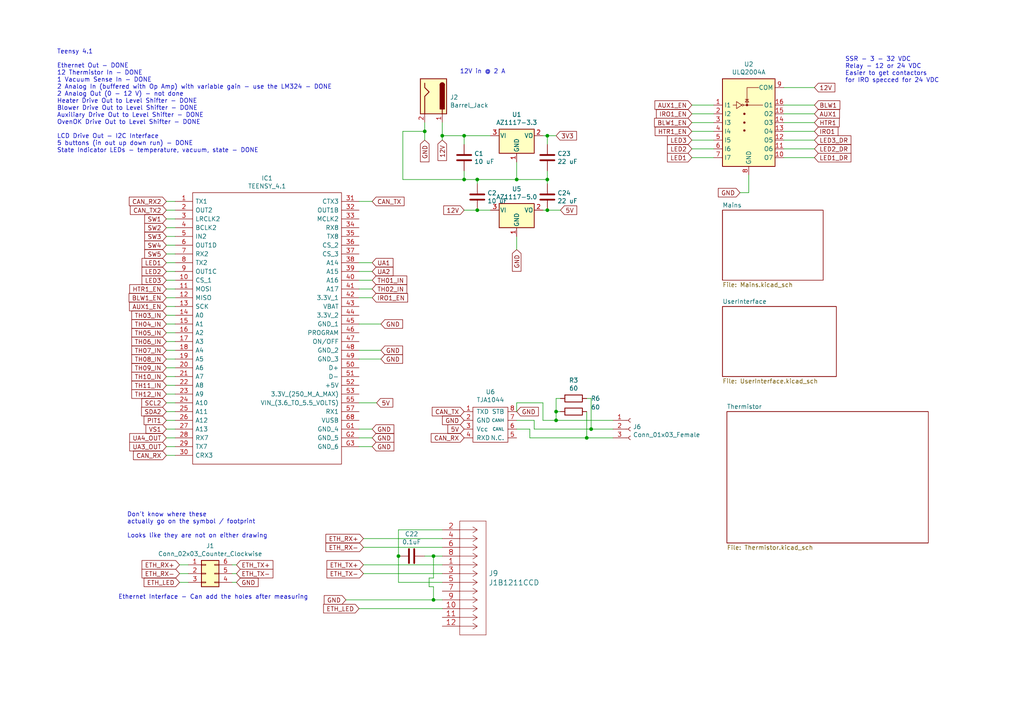
<source format=kicad_sch>
(kicad_sch (version 20211123) (generator eeschema)
  (paper "A4")
  (lib_symbols
    (symbol "Connector:Barrel_Jack" (pin_names (offset 1.016))
      (property "Reference" "J" (at 0 5.334 0))
      (property "Value" "Barrel_Jack" (at 0 -5.08 0))
      (symbol "Barrel_Jack_0_1"
        (rectangle (start -5.08 3.81) (end 5.08 -3.81) (stroke (width 0.254)) (fill (type background)))
        (arc (start -3.302 3.175) (mid -3.937 2.54) (end -3.302 1.905) (stroke (width 0.254)))
        (arc (start -3.302 3.175) (mid -3.937 2.54) (end -3.302 1.905) (stroke (width 0.254)) (fill (type outline)))
        (polyline (pts (xy 5.08 2.54) (xy 3.81 2.54)) (stroke (width 0.254)))
        (polyline (pts (xy -3.81 -2.54) (xy -2.54 -2.54) (xy -1.27 -1.27) (xy 0 -2.54) (xy 2.54 -2.54) (xy 5.08 -2.54)) (stroke (width 0.254)))
        (rectangle (start 3.683 3.175) (end -3.302 1.905) (stroke (width 0.254)) (fill (type outline)))
      )
      (symbol "Barrel_Jack_1_1"
        (pin passive line (at 7.62 2.54 180) (length 2.54) (name "~") (number "1"))
        (pin passive line (at 7.62 -2.54 180) (length 2.54) (name "~") (number "2"))
      )
    )
    (symbol "Connector:Conn_01x03_Female" (pin_names (offset 1.016) hide)
      (property "Reference" "J" (at 0 5.08 0))
      (property "Value" "Conn_01x03_Female" (at 0 -5.08 0))
      (symbol "Conn_01x03_Female_1_1"
        (arc (start 0 -2.032) (mid -0.508 -2.54) (end 0 -3.048) (stroke (width 0.1524)))
        (polyline (pts (xy -1.27 -2.54) (xy -0.508 -2.54)) (stroke (width 0.1524)))
        (polyline (pts (xy -1.27 0) (xy -0.508 0)) (stroke (width 0.1524)))
        (polyline (pts (xy -1.27 2.54) (xy -0.508 2.54)) (stroke (width 0.1524)))
        (arc (start 0 0.508) (mid -0.508 0) (end 0 -0.508) (stroke (width 0.1524)))
        (arc (start 0 3.048) (mid -0.508 2.54) (end 0 2.032) (stroke (width 0.1524)))
        (pin passive line (at -5.08 2.54 0) (length 3.81) (name "Pin_1") (number "1"))
        (pin passive line (at -5.08 0 0) (length 3.81) (name "Pin_2") (number "2"))
        (pin passive line (at -5.08 -2.54 0) (length 3.81) (name "Pin_3") (number "3"))
      )
    )
    (symbol "Connector_Generic:Conn_02x03_Counter_Clockwise" (pin_names (offset 1.016) hide)
      (property "Reference" "J" (at 1.27 5.08 0))
      (property "Value" "Conn_02x03_Counter_Clockwise" (at 1.27 -5.08 0))
      (symbol "Conn_02x03_Counter_Clockwise_1_1"
        (rectangle (start -1.27 -2.413) (end 0 -2.667) (stroke (width 0.1524)))
        (rectangle (start -1.27 0.127) (end 0 -0.127) (stroke (width 0.1524)))
        (rectangle (start -1.27 2.667) (end 0 2.413) (stroke (width 0.1524)))
        (rectangle (start -1.27 3.81) (end 3.81 -3.81) (stroke (width 0.254)) (fill (type background)))
        (rectangle (start 3.81 -2.413) (end 2.54 -2.667) (stroke (width 0.1524)))
        (rectangle (start 3.81 0.127) (end 2.54 -0.127) (stroke (width 0.1524)))
        (rectangle (start 3.81 2.667) (end 2.54 2.413) (stroke (width 0.1524)))
        (pin passive line (at -5.08 2.54 0) (length 3.81) (name "Pin_1") (number "1"))
        (pin passive line (at -5.08 0 0) (length 3.81) (name "Pin_2") (number "2"))
        (pin passive line (at -5.08 -2.54 0) (length 3.81) (name "Pin_3") (number "3"))
        (pin passive line (at 7.62 -2.54 180) (length 3.81) (name "Pin_4") (number "4"))
        (pin passive line (at 7.62 0 180) (length 3.81) (name "Pin_5") (number "5"))
        (pin passive line (at 7.62 2.54 180) (length 3.81) (name "Pin_6") (number "6"))
      )
    )
    (symbol "Device:C" (pin_numbers hide) (pin_names (offset 0.254))
      (property "Reference" "C" (at 0.635 2.54 0))
      (property "Value" "C" (at 0.635 -2.54 0))
      (symbol "C_0_1"
        (polyline (pts (xy -2.032 -0.762) (xy 2.032 -0.762)) (stroke (width 0.508)))
        (polyline (pts (xy -2.032 0.762) (xy 2.032 0.762)) (stroke (width 0.508)))
      )
      (symbol "C_1_1"
        (pin passive line (at 0 3.81 270) (length 2.794) (name "~") (number "1"))
        (pin passive line (at 0 -3.81 90) (length 2.794) (name "~") (number "2"))
      )
    )
    (symbol "Device:R" (pin_numbers hide) (pin_names (offset 0))
      (property "Reference" "R" (at 2.032 0 90))
      (property "Value" "R" (at 0 0 90))
      (symbol "R_0_1"
        (rectangle (start -1.016 -2.54) (end 1.016 2.54) (stroke (width 0.254)))
      )
      (symbol "R_1_1"
        (pin passive line (at 0 3.81 270) (length 1.27) (name "~") (number "1"))
        (pin passive line (at 0 -3.81 90) (length 1.27) (name "~") (number "2"))
      )
    )
    (symbol "MCU_OCE:TEENSY_4.1" (pin_names (offset 0.762))
      (property "Reference" "IC" (at 49.53 7.62 0))
      (property "Value" "MCU_OCE_TEENSY_4.1" (at 49.53 5.08 0))
      (symbol "TEENSY_4.1_0_0"
        (pin passive line (at 0 0 0) (length 5.08) (name "TX1") (number "1"))
        (pin passive line (at 0 -22.86 0) (length 5.08) (name "CS_1") (number "10"))
        (pin passive line (at 0 -25.4 0) (length 5.08) (name "MOSI") (number "11"))
        (pin passive line (at 0 -27.94 0) (length 5.08) (name "MISO") (number "12"))
        (pin passive line (at 0 -30.48 0) (length 5.08) (name "SCK") (number "13"))
        (pin passive line (at 0 -33.02 0) (length 5.08) (name "A0") (number "14"))
        (pin passive line (at 0 -35.56 0) (length 5.08) (name "A1") (number "15"))
        (pin passive line (at 0 -38.1 0) (length 5.08) (name "A2") (number "16"))
        (pin passive line (at 0 -40.64 0) (length 5.08) (name "A3") (number "17"))
        (pin passive line (at 0 -43.18 0) (length 5.08) (name "A4") (number "18"))
        (pin passive line (at 0 -45.72 0) (length 5.08) (name "A5") (number "19"))
        (pin passive line (at 0 -2.54 0) (length 5.08) (name "OUT2") (number "2"))
        (pin passive line (at 0 -48.26 0) (length 5.08) (name "A6") (number "20"))
        (pin passive line (at 0 -50.8 0) (length 5.08) (name "A7") (number "21"))
        (pin passive line (at 0 -53.34 0) (length 5.08) (name "A8") (number "22"))
        (pin passive line (at 0 -55.88 0) (length 5.08) (name "A9") (number "23"))
        (pin passive line (at 0 -58.42 0) (length 5.08) (name "A10") (number "24"))
        (pin passive line (at 0 -60.96 0) (length 5.08) (name "A11") (number "25"))
        (pin passive line (at 0 -63.5 0) (length 5.08) (name "A12") (number "26"))
        (pin passive line (at 0 -66.04 0) (length 5.08) (name "A13") (number "27"))
        (pin passive line (at 0 -68.58 0) (length 5.08) (name "RX7") (number "28"))
        (pin passive line (at 0 -71.12 0) (length 5.08) (name "TX7") (number "29"))
        (pin passive line (at 0 -5.08 0) (length 5.08) (name "LRCLK2") (number "3"))
        (pin passive line (at 0 -73.66 0) (length 5.08) (name "CRX3") (number "30"))
        (pin passive line (at 53.34 0 180) (length 5.08) (name "CTX3") (number "31"))
        (pin passive line (at 53.34 -2.54 180) (length 5.08) (name "OUT1B") (number "32"))
        (pin passive line (at 53.34 -5.08 180) (length 5.08) (name "MCLK2") (number "33"))
        (pin passive line (at 53.34 -7.62 180) (length 5.08) (name "RX8") (number "34"))
        (pin passive line (at 53.34 -10.16 180) (length 5.08) (name "TX8") (number "35"))
        (pin passive line (at 53.34 -12.7 180) (length 5.08) (name "CS_2") (number "36"))
        (pin passive line (at 53.34 -15.24 180) (length 5.08) (name "CS_3") (number "37"))
        (pin passive line (at 53.34 -17.78 180) (length 5.08) (name "A14") (number "38"))
        (pin passive line (at 53.34 -20.32 180) (length 5.08) (name "A15") (number "39"))
        (pin passive line (at 0 -7.62 0) (length 5.08) (name "BCLK2") (number "4"))
        (pin passive line (at 53.34 -22.86 180) (length 5.08) (name "A16") (number "40"))
        (pin passive line (at 53.34 -25.4 180) (length 5.08) (name "A17") (number "41"))
        (pin passive line (at 53.34 -27.94 180) (length 5.08) (name "3.3V_1") (number "42"))
        (pin passive line (at 53.34 -30.48 180) (length 5.08) (name "VBAT") (number "43"))
        (pin passive line (at 53.34 -33.02 180) (length 5.08) (name "3.3V_2") (number "44"))
        (pin passive line (at 53.34 -35.56 180) (length 5.08) (name "GND_1") (number "45"))
        (pin passive line (at 53.34 -38.1 180) (length 5.08) (name "PROGRAM") (number "46"))
        (pin passive line (at 53.34 -40.64 180) (length 5.08) (name "ON/OFF") (number "47"))
        (pin passive line (at 53.34 -43.18 180) (length 5.08) (name "GND_2") (number "48"))
        (pin passive line (at 53.34 -45.72 180) (length 5.08) (name "GND_3") (number "49"))
        (pin passive line (at 0 -10.16 0) (length 5.08) (name "IN2") (number "5"))
        (pin passive line (at 53.34 -48.26 180) (length 5.08) (name "D+") (number "50"))
        (pin passive line (at 53.34 -50.8 180) (length 5.08) (name "D-") (number "51"))
        (pin passive line (at 53.34 -53.34 180) (length 5.08) (name "+5V") (number "52"))
        (pin passive line (at 53.34 -55.88 180) (length 5.08) (name "3.3V_(250_M_A_MAX)") (number "53"))
        (pin passive line (at 53.34 -58.42 180) (length 5.08) (name "VIN_(3.6_TO_5.5_VOLTS)") (number "55"))
        (pin passive line (at 53.34 -60.96 180) (length 5.08) (name "RX1") (number "57"))
        (pin passive line (at 0 -12.7 0) (length 5.08) (name "OUT1D") (number "6"))
        (pin passive line (at 53.34 -63.5 180) (length 5.08) (name "VUSB") (number "68"))
        (pin passive line (at 0 -15.24 0) (length 5.08) (name "RX2") (number "7"))
        (pin passive line (at 0 -17.78 0) (length 5.08) (name "TX2") (number "8"))
        (pin passive line (at 0 -20.32 0) (length 5.08) (name "OUT1C") (number "9"))
        (pin passive line (at 53.34 -66.04 180) (length 5.08) (name "GND_4") (number "G1"))
        (pin passive line (at 53.34 -68.58 180) (length 5.08) (name "GND_5") (number "G2"))
        (pin passive line (at 53.34 -71.12 180) (length 5.08) (name "GND_6") (number "G3"))
      )
      (symbol "TEENSY_4.1_0_1"
        (polyline (pts (xy 5.08 2.54) (xy 48.26 2.54) (xy 48.26 -76.2) (xy 5.08 -76.2) (xy 5.08 2.54)) (stroke (width 0.1524)))
      )
    )
    (symbol "OCE_L:J1B1211CCD" (pin_names (offset 0.254) hide)
      (property "Reference" "J" (at 8.89 6.35 0))
      (property "Value" "OCE_L_J1B1211CCD" (at 10.16 -15.24 0))
      (symbol "J1B1211CCD_1_1"
        (polyline (pts (xy 5.08 -30.48) (xy 12.7 -30.48)) (stroke (width 0.127)))
        (polyline (pts (xy 5.08 2.54) (xy 5.08 -30.48)) (stroke (width 0.127)))
        (polyline (pts (xy 10.16 -27.94) (xy 5.08 -27.94)) (stroke (width 0.127)))
        (polyline (pts (xy 10.16 -27.94) (xy 8.89 -28.7782)) (stroke (width 0.127)))
        (polyline (pts (xy 10.16 -27.94) (xy 8.89 -27.1018)) (stroke (width 0.127)))
        (polyline (pts (xy 10.16 -25.4) (xy 5.08 -25.4)) (stroke (width 0.127)))
        (polyline (pts (xy 10.16 -25.4) (xy 8.89 -26.2382)) (stroke (width 0.127)))
        (polyline (pts (xy 10.16 -25.4) (xy 8.89 -24.5618)) (stroke (width 0.127)))
        (polyline (pts (xy 10.16 -22.86) (xy 5.08 -22.86)) (stroke (width 0.127)))
        (polyline (pts (xy 10.16 -22.86) (xy 8.89 -23.6982)) (stroke (width 0.127)))
        (polyline (pts (xy 10.16 -22.86) (xy 8.89 -22.0218)) (stroke (width 0.127)))
        (polyline (pts (xy 10.16 -20.32) (xy 5.08 -20.32)) (stroke (width 0.127)))
        (polyline (pts (xy 10.16 -20.32) (xy 8.89 -21.1582)) (stroke (width 0.127)))
        (polyline (pts (xy 10.16 -20.32) (xy 8.89 -19.4818)) (stroke (width 0.127)))
        (polyline (pts (xy 10.16 -17.78) (xy 5.08 -17.78)) (stroke (width 0.127)))
        (polyline (pts (xy 10.16 -17.78) (xy 8.89 -18.6182)) (stroke (width 0.127)))
        (polyline (pts (xy 10.16 -17.78) (xy 8.89 -16.9418)) (stroke (width 0.127)))
        (polyline (pts (xy 10.16 -15.24) (xy 5.08 -15.24)) (stroke (width 0.127)))
        (polyline (pts (xy 10.16 -15.24) (xy 8.89 -16.0782)) (stroke (width 0.127)))
        (polyline (pts (xy 10.16 -15.24) (xy 8.89 -14.4018)) (stroke (width 0.127)))
        (polyline (pts (xy 10.16 -12.7) (xy 5.08 -12.7)) (stroke (width 0.127)))
        (polyline (pts (xy 10.16 -12.7) (xy 8.89 -13.5382)) (stroke (width 0.127)))
        (polyline (pts (xy 10.16 -12.7) (xy 8.89 -11.8618)) (stroke (width 0.127)))
        (polyline (pts (xy 10.16 -10.16) (xy 5.08 -10.16)) (stroke (width 0.127)))
        (polyline (pts (xy 10.16 -10.16) (xy 8.89 -10.9982)) (stroke (width 0.127)))
        (polyline (pts (xy 10.16 -10.16) (xy 8.89 -9.3218)) (stroke (width 0.127)))
        (polyline (pts (xy 10.16 -7.62) (xy 5.08 -7.62)) (stroke (width 0.127)))
        (polyline (pts (xy 10.16 -7.62) (xy 8.89 -8.4582)) (stroke (width 0.127)))
        (polyline (pts (xy 10.16 -7.62) (xy 8.89 -6.7818)) (stroke (width 0.127)))
        (polyline (pts (xy 10.16 -5.08) (xy 5.08 -5.08)) (stroke (width 0.127)))
        (polyline (pts (xy 10.16 -5.08) (xy 8.89 -5.9182)) (stroke (width 0.127)))
        (polyline (pts (xy 10.16 -5.08) (xy 8.89 -4.2418)) (stroke (width 0.127)))
        (polyline (pts (xy 10.16 -2.54) (xy 5.08 -2.54)) (stroke (width 0.127)))
        (polyline (pts (xy 10.16 -2.54) (xy 8.89 -3.3782)) (stroke (width 0.127)))
        (polyline (pts (xy 10.16 -2.54) (xy 8.89 -1.7018)) (stroke (width 0.127)))
        (polyline (pts (xy 10.16 0) (xy 5.08 0)) (stroke (width 0.127)))
        (polyline (pts (xy 10.16 0) (xy 8.89 -0.8382)) (stroke (width 0.127)))
        (polyline (pts (xy 10.16 0) (xy 8.89 0.8382)) (stroke (width 0.127)))
        (polyline (pts (xy 12.7 -30.48) (xy 12.7 2.54)) (stroke (width 0.127)))
        (polyline (pts (xy 12.7 2.54) (xy 5.08 2.54)) (stroke (width 0.127)))
        (pin unspecified line (at 0 -10.16 0) (length 5.08) (name "1") (number "1"))
        (pin unspecified line (at 0 -22.86 0) (length 5.08) (name "10") (number "10"))
        (pin unspecified line (at 0 -25.4 0) (length 5.08) (name "11") (number "11"))
        (pin unspecified line (at 0 -27.94 0) (length 5.08) (name "12") (number "12"))
        (pin unspecified line (at 0 0 0) (length 5.08) (name "2") (number "2"))
        (pin unspecified line (at 0 -12.7 0) (length 5.08) (name "3") (number "3"))
        (pin unspecified line (at 0 -2.54 0) (length 5.08) (name "4") (number "4"))
        (pin unspecified line (at 0 -15.24 0) (length 5.08) (name "5") (number "5"))
        (pin unspecified line (at 0 -5.08 0) (length 5.08) (name "6") (number "6"))
        (pin unspecified line (at 0 -17.78 0) (length 5.08) (name "7") (number "7"))
        (pin unspecified line (at 0 -7.62 0) (length 5.08) (name "8") (number "8"))
        (pin unspecified line (at 0 -20.32 0) (length 5.08) (name "9") (number "9"))
      )
    )
    (symbol "OCE_L:TJA1044" (pin_names (offset 1.016))
      (property "Reference" "U" (at -1.27 6.35 0))
      (property "Value" "OCE_L_TJA1044" (at 0 8.89 0))
      (symbol "TJA1044_0_1"
        (rectangle (start -5.08 5.08) (end 5.08 -5.08))
      )
      (symbol "TJA1044_1_1"
        (pin input line (at -7.62 3.81 0) (length 2.54) (name "TXD") (number "1"))
        (pin input line (at -7.62 1.27 0) (length 2.54) (name "GND") (number "2"))
        (pin input line (at -7.62 -1.27 0) (length 2.54) (name "Vcc") (number "3"))
        (pin input line (at -7.62 -3.81 0) (length 2.54) (name "RXD") (number "4"))
        (pin input line (at 7.62 -3.81 180) (length 2.54) (name "N.C.") (number "5"))
        (pin input line (at 7.62 -1.27 180) (length 2.54) (name "CANL") (number "6"))
        (pin input line (at 7.62 1.27 180) (length 2.54) (name "CANH") (number "7"))
        (pin input line (at 7.62 3.81 180) (length 2.54) (name "STB") (number "8"))
      )
    )
    (symbol "Regulator_Linear:AZ1117-3.3" (pin_names (offset 0.254))
      (property "Reference" "U" (at -3.81 3.175 0))
      (property "Value" "AZ1117-3.3" (at 0 3.175 0))
      (symbol "AZ1117-3.3_0_1"
        (rectangle (start -5.08 1.905) (end 5.08 -5.08) (stroke (width 0.254)) (fill (type background)))
      )
      (symbol "AZ1117-3.3_1_1"
        (pin power_in line (at 0 -7.62 90) (length 2.54) (name "GND") (number "1"))
        (pin power_out line (at 7.62 0 180) (length 2.54) (name "VO") (number "2"))
        (pin power_in line (at -7.62 0 0) (length 2.54) (name "VI") (number "3"))
      )
    )
    (symbol "Regulator_Linear:AZ1117-5.0" (pin_names (offset 0.254))
      (property "Reference" "U" (at -3.81 3.175 0))
      (property "Value" "AZ1117-5.0" (at 0 3.175 0))
      (symbol "AZ1117-5.0_0_1"
        (rectangle (start -5.08 1.905) (end 5.08 -5.08) (stroke (width 0.254)) (fill (type background)))
      )
      (symbol "AZ1117-5.0_1_1"
        (pin power_in line (at 0 -7.62 90) (length 2.54) (name "GND") (number "1"))
        (pin power_out line (at 7.62 0 180) (length 2.54) (name "VO") (number "2"))
        (pin power_in line (at -7.62 0 0) (length 2.54) (name "VI") (number "3"))
      )
    )
    (symbol "Transistor_Array:ULQ2004A"
      (property "Reference" "U" (at 0 15.875 0))
      (property "Value" "ULQ2004A" (at 0 13.97 0))
      (symbol "ULQ2004A_0_1"
        (rectangle (start -7.62 -12.7) (end 7.62 12.7) (stroke (width 0.254)) (fill (type background)))
        (circle (center -1.778 5.08) (radius 0.254))
        (circle (center -1.27 -2.286) (radius 0.254) (fill (type outline)))
        (circle (center -1.27 0) (radius 0.254) (fill (type outline)))
        (circle (center -1.27 2.54) (radius 0.254) (fill (type outline)))
        (circle (center -0.508 5.08) (radius 0.254) (fill (type outline)))
        (polyline (pts (xy -4.572 5.08) (xy -3.556 5.08)))
        (polyline (pts (xy -1.524 5.08) (xy 4.064 5.08)))
        (polyline (pts (xy 0 6.731) (xy -1.016 6.731)))
        (polyline (pts (xy -0.508 5.08) (xy -0.508 10.16) (xy 2.921 10.16)))
        (polyline (pts (xy -3.556 6.096) (xy -3.556 4.064) (xy -2.032 5.08) (xy -3.556 6.096)))
        (polyline (pts (xy 0 5.969) (xy -1.016 5.969) (xy -0.508 6.731) (xy 0 5.969)))
      )
      (symbol "ULQ2004A_1_1"
        (pin input line (at -10.16 5.08 0) (length 2.54) (name "I1") (number "1"))
        (pin open_collector line (at 10.16 -10.16 180) (length 2.54) (name "O7") (number "10"))
        (pin open_collector line (at 10.16 -7.62 180) (length 2.54) (name "O6") (number "11"))
        (pin open_collector line (at 10.16 -5.08 180) (length 2.54) (name "O5") (number "12"))
        (pin open_collector line (at 10.16 -2.54 180) (length 2.54) (name "O4") (number "13"))
        (pin open_collector line (at 10.16 0 180) (length 2.54) (name "O3") (number "14"))
        (pin open_collector line (at 10.16 2.54 180) (length 2.54) (name "O2") (number "15"))
        (pin open_collector line (at 10.16 5.08 180) (length 2.54) (name "O1") (number "16"))
        (pin input line (at -10.16 2.54 0) (length 2.54) (name "I2") (number "2"))
        (pin input line (at -10.16 0 0) (length 2.54) (name "I3") (number "3"))
        (pin input line (at -10.16 -2.54 0) (length 2.54) (name "I4") (number "4"))
        (pin input line (at -10.16 -5.08 0) (length 2.54) (name "I5") (number "5"))
        (pin input line (at -10.16 -7.62 0) (length 2.54) (name "I6") (number "6"))
        (pin input line (at -10.16 -10.16 0) (length 2.54) (name "I7") (number "7"))
        (pin power_in line (at 0 -15.24 90) (length 2.54) (name "GND") (number "8"))
        (pin passive line (at 10.16 10.16 180) (length 2.54) (name "COM") (number "9"))
      )
    )
  )
  (junction (at 161.29 121.92))
  (junction (at 115.57 161.29))
  (junction (at 138.43 60.96))
  (junction (at 171.45 124.46))
  (junction (at 134.62 52.07))
  (junction (at 158.75 52.07))
  (junction (at 161.29 119.38))
  (junction (at 149.86 52.07))
  (junction (at 128.27 39.37))
  (junction (at 125.73 161.29))
  (junction (at 158.75 60.96))
  (junction (at 138.43 52.07))
  (junction (at 125.73 173.99))
  (junction (at 158.75 39.37))
  (junction (at 123.19 38.1))
  (junction (at 170.18 127))
  (junction (at 134.62 39.37))
  (wire (pts (xy 48.26 58.42) (xy 50.8 58.42)))
  (wire (pts (xy 227.33 45.72) (xy 236.22 45.72)))
  (wire (pts (xy 158.75 60.96) (xy 157.48 60.96)))
  (wire (pts (xy 48.26 60.96) (xy 50.8 60.96)))
  (wire (pts (xy 128.27 39.37) (xy 128.27 35.56)))
  (wire (pts (xy 171.45 115.57) (xy 171.45 124.46)))
  (wire (pts (xy 200.66 38.1) (xy 207.01 38.1)))
  (wire (pts (xy 107.95 58.42) (xy 104.14 58.42)))
  (wire (pts (xy 115.57 168.91) (xy 115.57 161.29)))
  (wire (pts (xy 157.48 116.84) (xy 149.86 116.84)))
  (wire (pts (xy 149.86 52.07) (xy 158.75 52.07)))
  (wire (pts (xy 48.26 106.68) (xy 50.8 106.68)))
  (wire (pts (xy 104.14 86.36) (xy 107.95 86.36)))
  (wire (pts (xy 48.26 83.82) (xy 50.8 83.82)))
  (wire (pts (xy 125.73 161.29) (xy 128.27 161.29)))
  (wire (pts (xy 68.58 166.37) (xy 67.31 166.37)))
  (wire (pts (xy 104.14 93.98) (xy 110.49 93.98)))
  (wire (pts (xy 48.26 68.58) (xy 50.8 68.58)))
  (wire (pts (xy 67.31 168.91) (xy 68.58 168.91)))
  (wire (pts (xy 154.94 121.92) (xy 154.94 124.46)))
  (wire (pts (xy 48.26 78.74) (xy 50.8 78.74)))
  (wire (pts (xy 123.19 38.1) (xy 123.19 35.56)))
  (wire (pts (xy 125.73 170.18) (xy 125.73 173.99)))
  (wire (pts (xy 48.26 121.92) (xy 50.8 121.92)))
  (wire (pts (xy 104.14 104.14) (xy 110.49 104.14)))
  (wire (pts (xy 52.07 168.91) (xy 54.61 168.91)))
  (wire (pts (xy 200.66 45.72) (xy 207.01 45.72)))
  (wire (pts (xy 48.26 66.04) (xy 50.8 66.04)))
  (wire (pts (xy 157.48 121.92) (xy 161.29 121.92)))
  (wire (pts (xy 227.33 35.56) (xy 236.22 35.56)))
  (wire (pts (xy 200.66 40.64) (xy 207.01 40.64)))
  (wire (pts (xy 161.29 119.38) (xy 161.29 115.57)))
  (wire (pts (xy 227.33 40.64) (xy 236.22 40.64)))
  (wire (pts (xy 124.46 167.64) (xy 124.46 170.18)))
  (wire (pts (xy 161.29 121.92) (xy 177.8 121.92)))
  (wire (pts (xy 105.41 156.21) (xy 128.27 156.21)))
  (wire (pts (xy 149.86 46.99) (xy 149.86 52.07)))
  (wire (pts (xy 48.26 129.54) (xy 50.8 129.54)))
  (wire (pts (xy 170.18 127) (xy 177.8 127)))
  (wire (pts (xy 104.14 116.84) (xy 109.22 116.84)))
  (wire (pts (xy 48.26 124.46) (xy 50.8 124.46)))
  (wire (pts (xy 48.26 119.38) (xy 50.8 119.38)))
  (wire (pts (xy 48.26 93.98) (xy 50.8 93.98)))
  (wire (pts (xy 67.31 163.83) (xy 68.58 163.83)))
  (wire (pts (xy 48.26 99.06) (xy 50.8 99.06)))
  (wire (pts (xy 48.26 114.3) (xy 50.8 114.3)))
  (wire (pts (xy 105.41 166.37) (xy 128.27 166.37)))
  (wire (pts (xy 227.33 30.48) (xy 236.22 30.48)))
  (wire (pts (xy 104.14 124.46) (xy 107.95 124.46)))
  (wire (pts (xy 48.26 88.9) (xy 50.8 88.9)))
  (wire (pts (xy 115.57 153.67) (xy 128.27 153.67)))
  (wire (pts (xy 48.26 109.22) (xy 50.8 109.22)))
  (wire (pts (xy 153.67 124.46) (xy 153.67 127)))
  (wire (pts (xy 115.57 153.67) (xy 115.57 161.29)))
  (wire (pts (xy 100.33 173.99) (xy 125.73 173.99)))
  (wire (pts (xy 48.26 111.76) (xy 50.8 111.76)))
  (wire (pts (xy 171.45 124.46) (xy 177.8 124.46)))
  (wire (pts (xy 200.66 33.02) (xy 207.01 33.02)))
  (wire (pts (xy 161.29 115.57) (xy 162.56 115.57)))
  (wire (pts (xy 161.29 119.38) (xy 162.56 119.38)))
  (wire (pts (xy 162.56 60.96) (xy 158.75 60.96)))
  (wire (pts (xy 104.14 129.54) (xy 107.95 129.54)))
  (wire (pts (xy 161.29 121.92) (xy 161.29 119.38)))
  (wire (pts (xy 48.26 71.12) (xy 50.8 71.12)))
  (wire (pts (xy 48.26 132.08) (xy 50.8 132.08)))
  (wire (pts (xy 214.63 55.88) (xy 217.17 55.88)))
  (wire (pts (xy 170.18 115.57) (xy 171.45 115.57)))
  (wire (pts (xy 48.26 101.6) (xy 50.8 101.6)))
  (wire (pts (xy 128.27 40.64) (xy 128.27 39.37)))
  (wire (pts (xy 124.46 170.18) (xy 125.73 170.18)))
  (wire (pts (xy 48.26 91.44) (xy 50.8 91.44)))
  (wire (pts (xy 154.94 124.46) (xy 171.45 124.46)))
  (wire (pts (xy 227.33 33.02) (xy 236.22 33.02)))
  (wire (pts (xy 200.66 30.48) (xy 207.01 30.48)))
  (wire (pts (xy 107.95 76.2) (xy 104.14 76.2)))
  (wire (pts (xy 236.22 38.1) (xy 227.33 38.1)))
  (wire (pts (xy 149.86 72.39) (xy 149.86 68.58)))
  (wire (pts (xy 153.67 127) (xy 170.18 127)))
  (wire (pts (xy 134.62 39.37) (xy 142.24 39.37)))
  (wire (pts (xy 48.26 96.52) (xy 50.8 96.52)))
  (wire (pts (xy 134.62 49.53) (xy 134.62 52.07)))
  (wire (pts (xy 134.62 52.07) (xy 138.43 52.07)))
  (wire (pts (xy 105.41 158.75) (xy 128.27 158.75)))
  (wire (pts (xy 170.18 119.38) (xy 170.18 127)))
  (wire (pts (xy 104.14 176.53) (xy 128.27 176.53)))
  (wire (pts (xy 104.14 127) (xy 107.95 127)))
  (wire (pts (xy 158.75 52.07) (xy 158.75 53.34)))
  (wire (pts (xy 200.66 35.56) (xy 207.01 35.56)))
  (wire (pts (xy 123.19 38.1) (xy 116.84 38.1)))
  (wire (pts (xy 107.95 83.82) (xy 104.14 83.82)))
  (wire (pts (xy 48.26 76.2) (xy 50.8 76.2)))
  (wire (pts (xy 134.62 60.96) (xy 138.43 60.96)))
  (wire (pts (xy 48.26 81.28) (xy 50.8 81.28)))
  (wire (pts (xy 115.57 168.91) (xy 128.27 168.91)))
  (wire (pts (xy 134.62 41.91) (xy 134.62 39.37)))
  (wire (pts (xy 138.43 53.34) (xy 138.43 52.07)))
  (wire (pts (xy 157.48 121.92) (xy 157.48 116.84)))
  (wire (pts (xy 134.62 52.07) (xy 116.84 52.07)))
  (wire (pts (xy 104.14 78.74) (xy 107.95 78.74)))
  (wire (pts (xy 123.19 161.29) (xy 125.73 161.29)))
  (wire (pts (xy 157.48 39.37) (xy 158.75 39.37)))
  (wire (pts (xy 48.26 116.84) (xy 50.8 116.84)))
  (wire (pts (xy 149.86 121.92) (xy 154.94 121.92)))
  (wire (pts (xy 149.86 124.46) (xy 153.67 124.46)))
  (wire (pts (xy 227.33 43.18) (xy 236.22 43.18)))
  (wire (pts (xy 107.95 81.28) (xy 104.14 81.28)))
  (wire (pts (xy 54.61 166.37) (xy 52.07 166.37)))
  (wire (pts (xy 158.75 39.37) (xy 161.29 39.37)))
  (wire (pts (xy 48.26 127) (xy 50.8 127)))
  (wire (pts (xy 158.75 41.91) (xy 158.75 39.37)))
  (wire (pts (xy 105.41 163.83) (xy 128.27 163.83)))
  (wire (pts (xy 149.86 116.84) (xy 149.86 119.38)))
  (wire (pts (xy 48.26 104.14) (xy 50.8 104.14)))
  (wire (pts (xy 125.73 161.29) (xy 125.73 167.64)))
  (wire (pts (xy 104.14 101.6) (xy 110.49 101.6)))
  (wire (pts (xy 125.73 173.99) (xy 128.27 173.99)))
  (wire (pts (xy 200.66 43.18) (xy 207.01 43.18)))
  (wire (pts (xy 48.26 73.66) (xy 50.8 73.66)))
  (wire (pts (xy 48.26 63.5) (xy 50.8 63.5)))
  (wire (pts (xy 48.26 86.36) (xy 50.8 86.36)))
  (wire (pts (xy 217.17 55.88) (xy 217.17 50.8)))
  (wire (pts (xy 227.33 25.4) (xy 236.22 25.4)))
  (wire (pts (xy 125.73 167.64) (xy 124.46 167.64)))
  (wire (pts (xy 158.75 52.07) (xy 158.75 49.53)))
  (wire (pts (xy 138.43 52.07) (xy 149.86 52.07)))
  (wire (pts (xy 116.84 38.1) (xy 116.84 52.07)))
  (wire (pts (xy 128.27 39.37) (xy 134.62 39.37)))
  (wire (pts (xy 52.07 163.83) (xy 54.61 163.83)))
  (wire (pts (xy 123.19 40.64) (xy 123.19 38.1)))
  (wire (pts (xy 138.43 60.96) (xy 142.24 60.96)))
  (text "12V in @ 2 A" (at 133.35 21.59 0) (effects (font (size 1.27 1.27)) (justify left bottom)))
  (text "SSR - 3 - 32 VDC\nRelay - 12 or 24 VDC\nEasier to get contactors \nfor IRO specced for 24 VDC" (at 245.11 24.13 0) (effects (font (size 1.27 1.27)) (justify left bottom)))
  (text "Ethernet Interface - Can add the holes after measuring" (at 34.29 173.99 0) (effects (font (size 1.27 1.27)) (justify left bottom)))
  (text "Don't know where these \nactually go on the symbol / footprint\n\nLooks like they are not on either drawing" (at 36.83 156.21 0) (effects (font (size 1.27 1.27)) (justify left bottom)))
  (text "Teensy 4.1\n\nEthernet Out - DONE\n12 Thermistor In - DONE\n1 Vacuum Sense In - DONE\n2 Analog In (buffered with Op Amp) with variable gain - use the LM324 - DONE\n2 Analog Out (0 - 12 V) - not done\nHeater Drive Out to Level Shifter - DONE\nBlower Drive Out to Level Shifter - DONE\nAuxiliary Drive Out to Level Shifter - DONE\nOvenOK Drive Out to Level Shifter - DONE\n\nLCD Drive Out - I2C Interface\n5 buttons (in out up down run) - DONE\nState Indicator LEDs - temperature, vacuum, state - DONE" (at 16.51 44.45 0) (effects (font (size 1.27 1.27)) (justify left bottom)))
  (global_label "ETH_RX+" (shape input) (at 105.41 156.21 180) (property "Intersheet References" "${INTERSHEET_REFS}" (effects hide)))
  (global_label "LED1_DR" (shape input) (at 236.22 45.72 0) (property "Intersheet References" "${INTERSHEET_REFS}" (effects hide)))
  (global_label "LED3" (shape input) (at 48.26 81.28 180) (property "Intersheet References" "${INTERSHEET_REFS}" (effects hide)))
  (global_label "CAN_RX2" (shape input) (at 48.26 58.42 180) (property "Intersheet References" "${INTERSHEET_REFS}" (effects hide)))
  (global_label "LED2" (shape input) (at 200.66 43.18 180) (property "Intersheet References" "${INTERSHEET_REFS}" (effects hide)))
  (global_label "SDA2" (shape input) (at 48.26 119.38 180) (property "Intersheet References" "${INTERSHEET_REFS}" (effects hide)))
  (global_label "IRO1" (shape input) (at 236.22 38.1 0) (property "Intersheet References" "${INTERSHEET_REFS}" (effects hide)))
  (global_label "TH05_IN" (shape input) (at 48.26 96.52 180) (property "Intersheet References" "${INTERSHEET_REFS}" (effects hide)))
  (global_label "ETH_TX-" (shape input) (at 105.41 166.37 180) (property "Intersheet References" "${INTERSHEET_REFS}" (effects hide)))
  (global_label "12V" (shape input) (at 128.27 40.64 270) (property "Intersheet References" "${INTERSHEET_REFS}" (effects hide)))
  (global_label "12V" (shape input) (at 134.62 60.96 180) (property "Intersheet References" "${INTERSHEET_REFS}" (effects hide)))
  (global_label "TH02_IN" (shape input) (at 107.95 83.82 0) (property "Intersheet References" "${INTERSHEET_REFS}" (effects hide)))
  (global_label "VS1" (shape input) (at 48.26 124.46 180) (property "Intersheet References" "${INTERSHEET_REFS}" (effects hide)))
  (global_label "GND" (shape input) (at 107.95 129.54 0) (property "Intersheet References" "${INTERSHEET_REFS}" (effects hide)))
  (global_label "LED1" (shape input) (at 48.26 76.2 180) (property "Intersheet References" "${INTERSHEET_REFS}" (effects hide)))
  (global_label "IRO1_EN" (shape input) (at 107.95 86.36 0) (property "Intersheet References" "${INTERSHEET_REFS}" (effects hide)))
  (global_label "ETH_TX+" (shape input) (at 68.58 163.83 0) (property "Intersheet References" "${INTERSHEET_REFS}" (effects hide)))
  (global_label "AUX1_EN" (shape input) (at 48.26 88.9 180) (property "Intersheet References" "${INTERSHEET_REFS}" (effects hide)))
  (global_label "TH01_IN" (shape input) (at 107.95 81.28 0) (property "Intersheet References" "${INTERSHEET_REFS}" (effects hide)))
  (global_label "SW4" (shape input) (at 48.26 71.12 180) (property "Intersheet References" "${INTERSHEET_REFS}" (effects hide)))
  (global_label "HTR1_EN" (shape input) (at 200.66 38.1 180) (property "Intersheet References" "${INTERSHEET_REFS}" (effects hide)))
  (global_label "BLW1" (shape input) (at 236.22 30.48 0) (property "Intersheet References" "${INTERSHEET_REFS}" (effects hide)))
  (global_label "ETH_TX+" (shape input) (at 105.41 163.83 180) (property "Intersheet References" "${INTERSHEET_REFS}" (effects hide)))
  (global_label "ETH_TX-" (shape input) (at 68.58 166.37 0) (property "Intersheet References" "${INTERSHEET_REFS}" (effects hide)))
  (global_label "BLW1_EN" (shape input) (at 48.26 86.36 180) (property "Intersheet References" "${INTERSHEET_REFS}" (effects hide)))
  (global_label "TH03_IN" (shape input) (at 48.26 91.44 180) (property "Intersheet References" "${INTERSHEET_REFS}" (effects hide)))
  (global_label "ETH_RX-" (shape input) (at 105.41 158.75 180) (property "Intersheet References" "${INTERSHEET_REFS}" (effects hide)))
  (global_label "GND" (shape input) (at 110.49 101.6 0) (property "Intersheet References" "${INTERSHEET_REFS}" (effects hide)))
  (global_label "CAN_TX" (shape input) (at 134.62 119.38 180) (property "Intersheet References" "${INTERSHEET_REFS}" (effects hide)))
  (global_label "TH11_IN" (shape input) (at 48.26 111.76 180) (property "Intersheet References" "${INTERSHEET_REFS}" (effects hide)))
  (global_label "12V" (shape input) (at 236.22 25.4 0) (property "Intersheet References" "${INTERSHEET_REFS}" (effects hide)))
  (global_label "GND" (shape input) (at 134.62 121.92 180) (property "Intersheet References" "${INTERSHEET_REFS}" (effects hide)))
  (global_label "GND" (shape input) (at 100.33 173.99 180) (property "Intersheet References" "${INTERSHEET_REFS}" (effects hide)))
  (global_label "GND" (shape input) (at 107.95 127 0) (property "Intersheet References" "${INTERSHEET_REFS}" (effects hide)))
  (global_label "AUX1" (shape input) (at 236.22 33.02 0) (property "Intersheet References" "${INTERSHEET_REFS}" (effects hide)))
  (global_label "SW1" (shape input) (at 48.26 63.5 180) (property "Intersheet References" "${INTERSHEET_REFS}" (effects hide)))
  (global_label "GND" (shape input) (at 149.86 72.39 270) (property "Intersheet References" "${INTERSHEET_REFS}" (effects hide)))
  (global_label "UA2" (shape input) (at 107.95 78.74 0) (property "Intersheet References" "${INTERSHEET_REFS}" (effects hide)))
  (global_label "TH04_IN" (shape input) (at 48.26 93.98 180) (property "Intersheet References" "${INTERSHEET_REFS}" (effects hide)))
  (global_label "UA4_OUT" (shape input) (at 48.26 127 180) (property "Intersheet References" "${INTERSHEET_REFS}" (effects hide)))
  (global_label "TH09_IN" (shape input) (at 48.26 106.68 180) (property "Intersheet References" "${INTERSHEET_REFS}" (effects hide)))
  (global_label "SCL2" (shape input) (at 48.26 116.84 180) (property "Intersheet References" "${INTERSHEET_REFS}" (effects hide)))
  (global_label "UA3_OUT" (shape input) (at 48.26 129.54 180) (property "Intersheet References" "${INTERSHEET_REFS}" (effects hide)))
  (global_label "HTR1_EN" (shape input) (at 48.26 83.82 180) (property "Intersheet References" "${INTERSHEET_REFS}" (effects hide)))
  (global_label "TH12_IN" (shape input) (at 48.26 114.3 180) (property "Intersheet References" "${INTERSHEET_REFS}" (effects hide)))
  (global_label "GND" (shape input) (at 110.49 104.14 0) (property "Intersheet References" "${INTERSHEET_REFS}" (effects hide)))
  (global_label "5V" (shape input) (at 109.22 116.84 0) (property "Intersheet References" "${INTERSHEET_REFS}" (effects hide)))
  (global_label "TH07_IN" (shape input) (at 48.26 101.6 180) (property "Intersheet References" "${INTERSHEET_REFS}" (effects hide)))
  (global_label "5V" (shape input) (at 162.56 60.96 0) (property "Intersheet References" "${INTERSHEET_REFS}" (effects hide)))
  (global_label "3V3" (shape input) (at 161.29 39.37 0) (property "Intersheet References" "${INTERSHEET_REFS}" (effects hide)))
  (global_label "GND" (shape input) (at 149.86 119.38 0) (property "Intersheet References" "${INTERSHEET_REFS}" (effects hide)))
  (global_label "LED3_DR" (shape input) (at 236.22 40.64 0) (property "Intersheet References" "${INTERSHEET_REFS}" (effects hide)))
  (global_label "ETH_LED" (shape input) (at 52.07 168.91 180) (property "Intersheet References" "${INTERSHEET_REFS}" (effects hide)))
  (global_label "CAN_TX" (shape input) (at 107.95 58.42 0) (property "Intersheet References" "${INTERSHEET_REFS}" (effects hide)))
  (global_label "IRO1_EN" (shape input) (at 200.66 33.02 180) (property "Intersheet References" "${INTERSHEET_REFS}" (effects hide)))
  (global_label "GND" (shape input) (at 110.49 93.98 0) (property "Intersheet References" "${INTERSHEET_REFS}" (effects hide)))
  (global_label "LED1" (shape input) (at 200.66 45.72 180) (property "Intersheet References" "${INTERSHEET_REFS}" (effects hide)))
  (global_label "SW3" (shape input) (at 48.26 68.58 180) (property "Intersheet References" "${INTERSHEET_REFS}" (effects hide)))
  (global_label "LED3" (shape input) (at 200.66 40.64 180) (property "Intersheet References" "${INTERSHEET_REFS}" (effects hide)))
  (global_label "5V" (shape input) (at 134.62 124.46 180) (property "Intersheet References" "${INTERSHEET_REFS}" (effects hide)))
  (global_label "PIT1" (shape input) (at 48.26 121.92 180) (property "Intersheet References" "${INTERSHEET_REFS}" (effects hide)))
  (global_label "GND" (shape input) (at 68.58 168.91 0) (property "Intersheet References" "${INTERSHEET_REFS}" (effects hide)))
  (global_label "TH06_IN" (shape input) (at 48.26 99.06 180) (property "Intersheet References" "${INTERSHEET_REFS}" (effects hide)))
  (global_label "LED2_DR" (shape input) (at 236.22 43.18 0) (property "Intersheet References" "${INTERSHEET_REFS}" (effects hide)))
  (global_label "AUX1_EN" (shape input) (at 200.66 30.48 180) (property "Intersheet References" "${INTERSHEET_REFS}" (effects hide)))
  (global_label "GND" (shape input) (at 107.95 124.46 0) (property "Intersheet References" "${INTERSHEET_REFS}" (effects hide)))
  (global_label "HTR1" (shape input) (at 236.22 35.56 0) (property "Intersheet References" "${INTERSHEET_REFS}" (effects hide)))
  (global_label "UA1" (shape input) (at 107.95 76.2 0) (property "Intersheet References" "${INTERSHEET_REFS}" (effects hide)))
  (global_label "ETH_RX+" (shape input) (at 52.07 163.83 180) (property "Intersheet References" "${INTERSHEET_REFS}" (effects hide)))
  (global_label "LED2" (shape input) (at 48.26 78.74 180) (property "Intersheet References" "${INTERSHEET_REFS}" (effects hide)))
  (global_label "BLW1_EN" (shape input) (at 200.66 35.56 180) (property "Intersheet References" "${INTERSHEET_REFS}" (effects hide)))
  (global_label "GND" (shape input) (at 123.19 40.64 270) (property "Intersheet References" "${INTERSHEET_REFS}" (effects hide)))
  (global_label "CAN_RX" (shape input) (at 48.26 132.08 180) (property "Intersheet References" "${INTERSHEET_REFS}" (effects hide)))
  (global_label "SW5" (shape input) (at 48.26 73.66 180) (property "Intersheet References" "${INTERSHEET_REFS}" (effects hide)))
  (global_label "ETH_RX-" (shape input) (at 52.07 166.37 180) (property "Intersheet References" "${INTERSHEET_REFS}" (effects hide)))
  (global_label "CAN_RX" (shape input) (at 134.62 127 180) (property "Intersheet References" "${INTERSHEET_REFS}" (effects hide)))
  (global_label "ETH_LED" (shape input) (at 104.14 176.53 180) (property "Intersheet References" "${INTERSHEET_REFS}" (effects hide)))
  (global_label "GND" (shape input) (at 214.63 55.88 180) (property "Intersheet References" "${INTERSHEET_REFS}" (effects hide)))
  (global_label "SW2" (shape input) (at 48.26 66.04 180) (property "Intersheet References" "${INTERSHEET_REFS}" (effects hide)))
  (global_label "TH10_IN" (shape input) (at 48.26 109.22 180) (property "Intersheet References" "${INTERSHEET_REFS}" (effects hide)))
  (global_label "CAN_TX2" (shape input) (at 48.26 60.96 180) (property "Intersheet References" "${INTERSHEET_REFS}" (effects hide)))
  (global_label "TH08_IN" (shape input) (at 48.26 104.14 180) (property "Intersheet References" "${INTERSHEET_REFS}" (effects hide)))
  (symbol (lib_id "MCU_OCE:TEENSY_4.1") (at 50.8 58.42 0) (unit 1)
    (property "Reference" "IC1" (at 77.47 51.689 0))
    (property "Value" "TEENSY_4.1" (at 77.47 54.0004 0))
    (property "Footprint" "TEENSY_4.1:TEENSY41" (effects hide))
    (property "Datasheet" "https://www.pjrc.com/store/teensy41.html" (effects hide))
    (property "Description" "Teensy 4.1 Development Board" (effects hide))
    (property "Height" "4.07" (effects hide))
    (property "Manufacturer_Name" "PJRC" (effects hide))
    (property "Manufacturer_Part_Number" "TEENSY 4.1" (effects hide))
  )
  (symbol (lib_id "Connector_Generic:Conn_02x03_Counter_Clockwise") (at 59.69 166.37 0) (unit 1)
    (property "Reference" "J1" (at 60.96 158.3182 0))
    (property "Value" "Conn_02x03_Counter_Clockwise" (at 60.96 160.6296 0))
    (property "Footprint" "Connector_PinSocket_2.54mm:PinSocket_2x03_P2.54mm_Vertical" (effects hide))
  )
  (symbol (lib_id "OCE_L:J1B1211CCD") (at 128.27 153.67 0) (unit 1)
    (property "Reference" "J9" (at 141.6812 166.2938 0) (effects (font (size 1.524 1.524)) (justify left)))
    (property "Value" "J1B1211CCD" (at 141.6812 168.9862 0) (effects (font (size 1.524 1.524)) (justify left)))
    (property "Footprint" "OCE_L:J1B1211CCD" (effects hide))
  )
  (symbol (lib_id "Device:C") (at 119.38 161.29 270) (unit 1)
    (property "Reference" "C22" (at 119.38 154.8892 90))
    (property "Value" "0.1uF" (at 119.38 157.2006 90))
    (property "Footprint" "Capacitor_SMD:C_0805_2012Metric" (effects hide))
  )
  (symbol (lib_id "OCE_L:TJA1044") (at 142.24 123.19 0) (unit 1)
    (property "Reference" "U6" (at 142.24 113.665 0))
    (property "Value" "TJA1044" (at 142.24 115.9764 0))
    (property "Footprint" "OCE_L:TJA1044" (effects hide))
  )
  (symbol (lib_id "Connector:Conn_01x03_Female") (at 182.88 124.46 0) (unit 1)
    (property "Reference" "J6" (at 183.5912 123.7996 0) (effects (justify left)))
    (property "Value" "Conn_01x03_Female" (at 183.5912 126.111 0) (effects (justify left)))
    (property "Footprint" "Connector_PinSocket_2.54mm:PinSocket_1x03_P2.54mm_Vertical" (effects hide))
  )
  (symbol (lib_id "Device:R") (at 166.37 119.38 270) (unit 1)
    (property "Reference" "R6" (at 172.72 115.57 90))
    (property "Value" "60" (at 172.72 118.11 90))
    (property "Footprint" "Resistor_SMD:R_0603_1608Metric" (effects hide))
  )
  (symbol (lib_id "Device:R") (at 166.37 115.57 270) (unit 1)
    (property "Reference" "R3" (at 166.37 110.3122 90))
    (property "Value" "60" (at 166.37 112.6236 90))
    (property "Footprint" "Resistor_SMD:R_0603_1608Metric" (effects hide))
  )
  (symbol (lib_id "Regulator_Linear:AZ1117-3.3") (at 149.86 39.37 0) (unit 1)
    (property "Reference" "U1" (at 149.86 33.2232 0))
    (property "Value" "AZ1117-3.3" (at 149.86 35.5346 0))
    (property "Footprint" "Package_TO_SOT_SMD:SOT-223-3_TabPin2" (effects hide))
    (property "Datasheet" "https://www.diodes.com/assets/Datasheets/AZ1117.pdf" (effects hide))
  )
  (symbol (lib_id "Regulator_Linear:AZ1117-5.0") (at 149.86 60.96 0) (unit 1)
    (property "Reference" "U5" (at 149.86 54.8132 0))
    (property "Value" "AZ1117-5.0" (at 149.86 57.1246 0))
    (property "Footprint" "Package_TO_SOT_SMD:SOT-223-3_TabPin2" (effects hide))
    (property "Datasheet" "https://www.diodes.com/assets/Datasheets/AZ1117.pdf" (effects hide))
  )
  (symbol (lib_id "Device:C") (at 134.62 45.72 0) (unit 1)
    (property "Reference" "C1" (at 137.541 44.5516 0) (effects (justify left)))
    (property "Value" "10 uF" (at 137.541 46.863 0) (effects (justify left)))
    (property "Footprint" "Capacitor_SMD:C_0805_2012Metric" (effects hide))
  )
  (symbol (lib_id "Device:C") (at 158.75 45.72 0) (unit 1)
    (property "Reference" "C23" (at 161.671 44.5516 0) (effects (justify left)))
    (property "Value" "22 uF" (at 161.671 46.863 0) (effects (justify left)))
    (property "Footprint" "Capacitor_SMD:C_0805_2012Metric" (effects hide))
  )
  (symbol (lib_id "Device:C") (at 158.75 57.15 0) (unit 1)
    (property "Reference" "C24" (at 161.671 55.9816 0) (effects (justify left)))
    (property "Value" "22 uF" (at 161.671 58.293 0) (effects (justify left)))
    (property "Footprint" "Capacitor_SMD:C_0805_2012Metric" (effects hide))
  )
  (symbol (lib_id "Device:C") (at 138.43 57.15 0) (unit 1)
    (property "Reference" "C2" (at 141.351 55.9816 0) (effects (justify left)))
    (property "Value" "10 uF" (at 141.351 58.293 0) (effects (justify left)))
    (property "Footprint" "Capacitor_SMD:C_0805_2012Metric" (effects hide))
  )
  (symbol (lib_id "Transistor_Array:ULQ2004A") (at 217.17 35.56 0) (unit 1)
    (property "Reference" "U2" (at 217.17 18.6182 0))
    (property "Value" "ULQ2004A" (at 217.17 20.9296 0))
    (property "Footprint" "Package_SO:SOIC-16_4.55x10.3mm_P1.27mm" (effects hide))
    (property "Datasheet" "http://www.ti.com/lit/ds/symlink/uln2003a.pdf" (effects hide))
  )
  (symbol (lib_id "Connector:Barrel_Jack") (at 125.73 27.94 270) (unit 1)
    (property "Reference" "J2" (at 130.5052 28.2194 90) (effects (justify left)))
    (property "Value" "Barrel_Jack" (at 130.5052 30.5308 90) (effects (justify left)))
    (property "Footprint" "Connector_BarrelJack:BarrelJack_Horizontal" (effects hide))
  )
  (sheet (at 210.82 119.38) (size 58.42 38.1)
    (property "Sheet name" "Thermistor" (at 210.82 118.6684 0) (effects (justify left bottom)))
    (property "Sheet file" "Thermistor.kicad_sch" (at 210.82 158.0646 0) (effects (justify left top)))
  )
  (sheet (at 209.55 88.9) (size 33.02 20.32)
    (property "Sheet name" "UserInterface" (at 209.55 88.1884 0) (effects (justify left bottom)))
    (property "Sheet file" "UserInterface.kicad_sch" (at 209.55 109.8046 0) (effects (justify left top)))
  )
  (sheet (at 209.55 60.96) (size 29.21 20.32)
    (property "Sheet name" "Mains" (at 209.55 60.2484 0) (effects (justify left bottom)))
    (property "Sheet file" "Mains.kicad_sch" (at 209.55 81.8646 0) (effects (justify left top)))
  )
)
</source>
